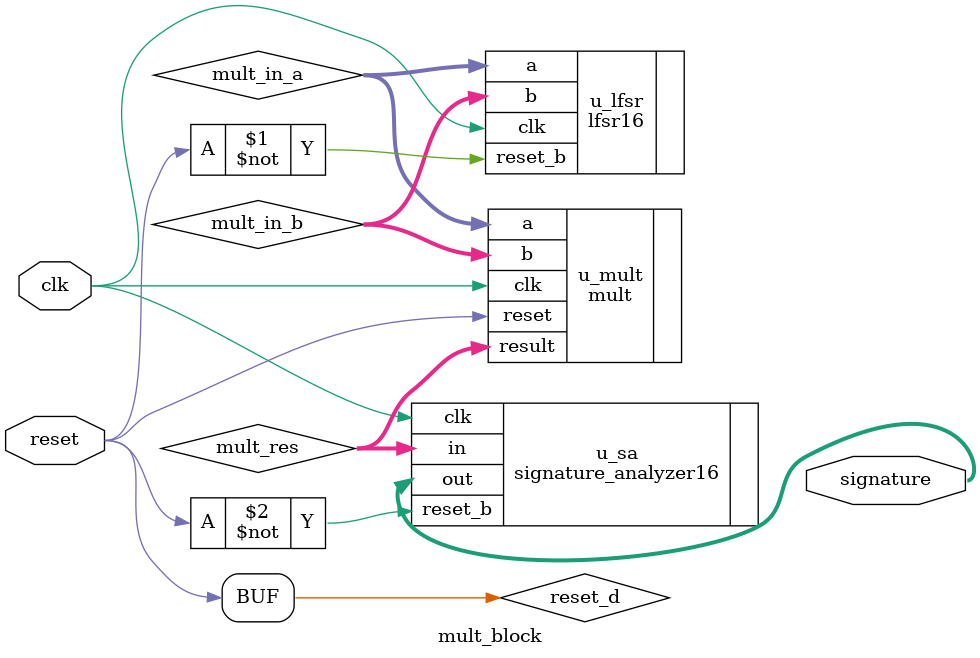
<source format=v>
module mult_block(
    input			clk,
    input			reset,
    output	[15	  :0]	signature 
);

// Interconnect wires
wire	[7	  :0]	mult_in_a;
wire	[7	  :0]	mult_in_b;
wire	[15	  :0]	mult_res;

wire			reset_d;	

// Reset Driver - In this template we will place reset driver in the top-level
/*reset_driver u_rd(
.A(reset),
.Y(reset_d)
);*/
assign reset_d = reset;

// LFSR
lfsr16 u_lfsr(
.clk(clk),
.reset_b(~reset_d),
.a(mult_in_a),
.b(mult_in_b)
);

// Multiplier
mult u_mult(
.clk(clk),
.reset(reset_d),
.a(mult_in_a),
.b(mult_in_b),
.result(mult_res)
);

// Signature Analyzer
signature_analyzer16 u_sa(
.clk(clk),
.reset_b(~reset_d),
.in(mult_res),
.out(signature)
);

endmodule

</source>
